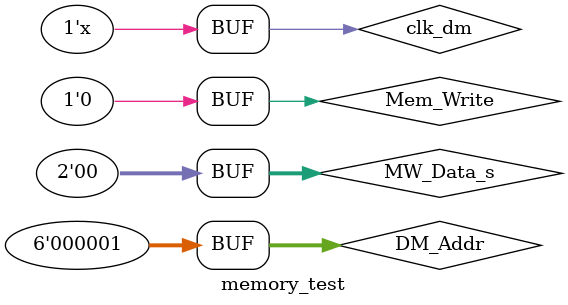
<source format=v>
`timescale 1ns / 1ps


module memory_test();
    reg [7:2] DM_Addr;
	reg [1:0] MW_Data_s;
	reg Mem_Write;
	reg clk_dm;
	wire [31:0] M_R_Data;
	memory uut (
		.DM_Addr(DM_Addr), 
		.MW_Data_s(MW_Data_s), 
		.Mem_Write(Mem_Write), 
		.clk_dm(clk_dm), 
		.M_R_Data(M_R_Data)
	);
	always #20 clk_dm=~clk_dm;
	initial begin
		// Initialize Inputs
		DM_Addr = 0;
		MW_Data_s = 0;
		Mem_Write = 0;
		clk_dm = 0;
		#100;
		DM_Addr = 0;
		MW_Data_s = 0;
		Mem_Write = 0;
		#100;
		DM_Addr = 1;
		MW_Data_s = 0;
		Mem_Write = 0;
		#100;
		DM_Addr = 1;
		MW_Data_s = 1;
		Mem_Write = 1;
		#100;
		DM_Addr = 1;
		MW_Data_s = 0;
		Mem_Write = 0;
	end
endmodule

</source>
